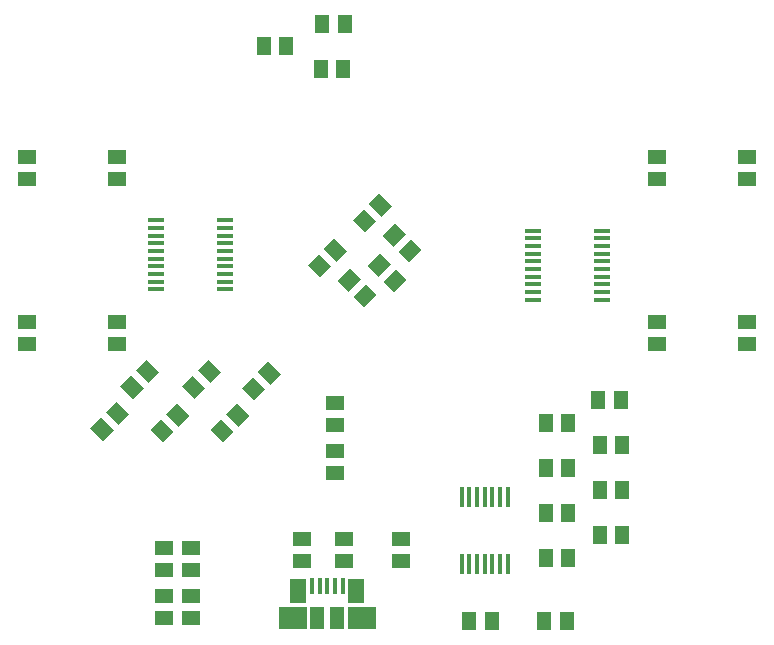
<source format=gbr>
G04 EAGLE Gerber RS-274X export*
G75*
%MOMM*%
%FSLAX34Y34*%
%LPD*%
%INSolderpaste Bottom*%
%IPPOS*%
%AMOC8*
5,1,8,0,0,1.08239X$1,22.5*%
G01*
%ADD10R,1.300000X1.500000*%
%ADD11R,1.473200X0.355600*%
%ADD12R,0.355600X1.676400*%
%ADD13R,1.500000X1.300000*%
%ADD14R,2.375000X1.900000*%
%ADD15R,1.175000X1.900000*%
%ADD16R,1.475000X2.100000*%
%ADD17R,0.450000X1.380000*%


D10*
X313080Y528320D03*
X332080Y528320D03*
X263550Y509270D03*
X282550Y509270D03*
X330810Y490220D03*
X311810Y490220D03*
D11*
X172720Y303490D03*
X172720Y309990D03*
X172720Y316490D03*
X172720Y322990D03*
X172720Y329490D03*
X172720Y335990D03*
X172720Y342490D03*
X172720Y348990D03*
X172720Y355490D03*
X172720Y361990D03*
X231140Y361990D03*
X231140Y355490D03*
X231140Y348990D03*
X231140Y342490D03*
X231140Y335990D03*
X231140Y329490D03*
X231140Y322990D03*
X231140Y316490D03*
X231140Y309990D03*
X231140Y303490D03*
X491490Y294600D03*
X491490Y301100D03*
X491490Y307600D03*
X491490Y314100D03*
X491490Y320600D03*
X491490Y327100D03*
X491490Y333600D03*
X491490Y340100D03*
X491490Y346600D03*
X491490Y353100D03*
X549910Y353100D03*
X549910Y346600D03*
X549910Y340100D03*
X549910Y333600D03*
X549910Y327100D03*
X549910Y320600D03*
X549910Y314100D03*
X549910Y307600D03*
X549910Y301100D03*
X549910Y294600D03*
D10*
G36*
X373576Y339719D02*
X364384Y348911D01*
X374990Y359517D01*
X384182Y350325D01*
X373576Y339719D01*
G37*
G36*
X387011Y326283D02*
X377819Y335475D01*
X388425Y346081D01*
X397617Y336889D01*
X387011Y326283D01*
G37*
G36*
X352419Y375725D02*
X361611Y384917D01*
X372217Y374311D01*
X363025Y365119D01*
X352419Y375725D01*
G37*
G36*
X338984Y362289D02*
X348176Y371481D01*
X358782Y360875D01*
X349590Y351683D01*
X338984Y362289D01*
G37*
G36*
X314319Y337625D02*
X323511Y346817D01*
X334117Y336211D01*
X324925Y327019D01*
X314319Y337625D01*
G37*
G36*
X300884Y324189D02*
X310076Y333381D01*
X320682Y322775D01*
X311490Y313583D01*
X300884Y324189D01*
G37*
G36*
X335476Y301619D02*
X326284Y310811D01*
X336890Y321417D01*
X346082Y312225D01*
X335476Y301619D01*
G37*
G36*
X348911Y288183D02*
X339719Y297375D01*
X350325Y307981D01*
X359517Y298789D01*
X348911Y288183D01*
G37*
G36*
X360876Y314319D02*
X351684Y323511D01*
X362290Y334117D01*
X371482Y324925D01*
X360876Y314319D01*
G37*
G36*
X374311Y300883D02*
X365119Y310075D01*
X375725Y320681D01*
X384917Y311489D01*
X374311Y300883D01*
G37*
X546760Y209550D03*
X565760Y209550D03*
X502310Y190500D03*
X521310Y190500D03*
X548030Y171450D03*
X567030Y171450D03*
X502310Y152400D03*
X521310Y152400D03*
X548030Y133350D03*
X567030Y133350D03*
X502310Y114300D03*
X521310Y114300D03*
X548030Y95250D03*
X567030Y95250D03*
X502310Y76200D03*
X521310Y76200D03*
D12*
X470350Y70866D03*
X463850Y70866D03*
X457350Y70866D03*
X450850Y70866D03*
X444350Y70866D03*
X437850Y70866D03*
X431350Y70866D03*
X431350Y127254D03*
X437850Y127254D03*
X444350Y127254D03*
X450850Y127254D03*
X457350Y127254D03*
X463850Y127254D03*
X470350Y127254D03*
D10*
X501040Y22860D03*
X520040Y22860D03*
X456540Y22860D03*
X437540Y22860D03*
D13*
X295910Y73050D03*
X295910Y92050D03*
X323850Y207620D03*
X323850Y188620D03*
X323850Y147980D03*
X323850Y166980D03*
D14*
X346625Y25400D03*
D15*
X325875Y25400D03*
D14*
X288375Y25400D03*
D15*
X309125Y25400D03*
D16*
X342125Y48400D03*
D17*
X317500Y52000D03*
X324000Y52000D03*
X311000Y52000D03*
X330500Y52000D03*
X304500Y52000D03*
D16*
X292875Y48400D03*
D13*
X379730Y73050D03*
X379730Y92050D03*
X331470Y73050D03*
X331470Y92050D03*
D10*
G36*
X264802Y218635D02*
X255610Y209443D01*
X245004Y220049D01*
X254196Y229241D01*
X264802Y218635D01*
G37*
G36*
X278237Y232071D02*
X269045Y222879D01*
X258439Y233485D01*
X267631Y242677D01*
X278237Y232071D01*
G37*
G36*
X238132Y183075D02*
X228940Y173883D01*
X218334Y184489D01*
X227526Y193681D01*
X238132Y183075D01*
G37*
G36*
X251567Y196511D02*
X242375Y187319D01*
X231769Y197925D01*
X240961Y207117D01*
X251567Y196511D01*
G37*
G36*
X214002Y219905D02*
X204810Y210713D01*
X194204Y221319D01*
X203396Y230511D01*
X214002Y219905D01*
G37*
G36*
X227437Y233341D02*
X218245Y224149D01*
X207639Y234755D01*
X216831Y243947D01*
X227437Y233341D01*
G37*
G36*
X187332Y183075D02*
X178140Y173883D01*
X167534Y184489D01*
X176726Y193681D01*
X187332Y183075D01*
G37*
G36*
X200767Y196511D02*
X191575Y187319D01*
X180969Y197925D01*
X190161Y207117D01*
X200767Y196511D01*
G37*
G36*
X161932Y219905D02*
X152740Y210713D01*
X142134Y221319D01*
X151326Y230511D01*
X161932Y219905D01*
G37*
G36*
X175367Y233341D02*
X166175Y224149D01*
X155569Y234755D01*
X164761Y243947D01*
X175367Y233341D01*
G37*
G36*
X136532Y184345D02*
X127340Y175153D01*
X116734Y185759D01*
X125926Y194951D01*
X136532Y184345D01*
G37*
G36*
X149967Y197781D02*
X140775Y188589D01*
X130169Y199195D01*
X139361Y208387D01*
X149967Y197781D01*
G37*
D13*
X179070Y24790D03*
X179070Y43790D03*
X179070Y84430D03*
X179070Y65430D03*
X201930Y24790D03*
X201930Y43790D03*
X201930Y84430D03*
X201930Y65430D03*
X63500Y415900D03*
X63500Y396900D03*
X139700Y415900D03*
X139700Y396900D03*
X63500Y276200D03*
X63500Y257200D03*
X139700Y276200D03*
X139700Y257200D03*
X673100Y415900D03*
X673100Y396900D03*
X596900Y415900D03*
X596900Y396900D03*
X673100Y276200D03*
X673100Y257200D03*
X596900Y276200D03*
X596900Y257200D03*
M02*

</source>
